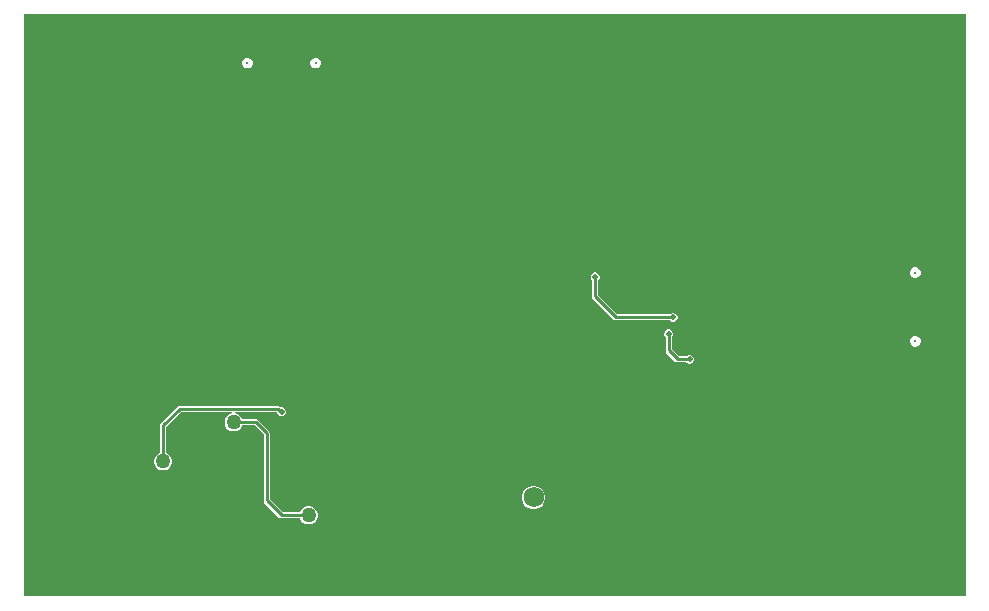
<source format=gbl>
G04*
G04 #@! TF.GenerationSoftware,Altium Limited,Altium Designer,22.3.1 (43)*
G04*
G04 Layer_Physical_Order=2*
G04 Layer_Color=16711680*
%FSLAX23Y23*%
%MOIN*%
G70*
G04*
G04 #@! TF.SameCoordinates,09264033-3090-4D32-8FBF-651452AD9D60*
G04*
G04*
G04 #@! TF.FilePolarity,Positive*
G04*
G01*
G75*
%ADD13C,0.010*%
%ADD75C,0.013*%
%ADD76R,0.068X0.068*%
%ADD77C,0.068*%
%ADD78C,0.050*%
%ADD79C,0.020*%
G36*
X3165Y40D02*
Y30D01*
X25D01*
Y1970D01*
X3165D01*
Y40D01*
D02*
G37*
%LPC*%
G36*
X1002Y1825D02*
X995D01*
X989Y1823D01*
X984Y1818D01*
X981Y1811D01*
Y1804D01*
X984Y1797D01*
X989Y1792D01*
X995Y1790D01*
X1002D01*
X1009Y1792D01*
X1014Y1797D01*
X1017Y1804D01*
Y1811D01*
X1014Y1818D01*
X1009Y1823D01*
X1002Y1825D01*
D02*
G37*
G36*
X775D02*
X768D01*
X761Y1823D01*
X756Y1818D01*
X753Y1811D01*
Y1804D01*
X756Y1797D01*
X761Y1792D01*
X768Y1790D01*
X775D01*
X781Y1792D01*
X786Y1797D01*
X789Y1804D01*
Y1811D01*
X786Y1818D01*
X781Y1823D01*
X775Y1825D01*
D02*
G37*
G36*
X3001Y1127D02*
X2994D01*
X2987Y1124D01*
X2982Y1119D01*
X2980Y1112D01*
Y1105D01*
X2982Y1099D01*
X2987Y1094D01*
X2994Y1091D01*
X3001D01*
X3008Y1094D01*
X3013Y1099D01*
X3015Y1105D01*
Y1112D01*
X3013Y1119D01*
X3008Y1124D01*
X3001Y1127D01*
D02*
G37*
G36*
X1933Y1110D02*
X1927D01*
X1922Y1108D01*
X1917Y1103D01*
X1915Y1098D01*
Y1092D01*
X1917Y1087D01*
X1920Y1084D01*
Y1030D01*
X1921Y1026D01*
X1923Y1023D01*
X1993Y953D01*
X1996Y951D01*
X2000Y950D01*
X2179D01*
X2182Y947D01*
X2187Y945D01*
X2193D01*
X2198Y947D01*
X2203Y952D01*
X2205Y957D01*
Y963D01*
X2203Y968D01*
X2198Y973D01*
X2193Y975D01*
X2187D01*
X2182Y973D01*
X2179Y970D01*
X2004D01*
X1940Y1034D01*
Y1084D01*
X1943Y1087D01*
X1945Y1092D01*
Y1098D01*
X1943Y1103D01*
X1938Y1108D01*
X1933Y1110D01*
D02*
G37*
G36*
X3001Y899D02*
X2994D01*
X2987Y896D01*
X2982Y891D01*
X2980Y885D01*
Y878D01*
X2982Y871D01*
X2987Y866D01*
X2994Y863D01*
X3001D01*
X3008Y866D01*
X3013Y871D01*
X3015Y878D01*
Y885D01*
X3013Y891D01*
X3008Y896D01*
X3001Y899D01*
D02*
G37*
G36*
X2178Y920D02*
X2172D01*
X2167Y918D01*
X2162Y913D01*
X2160Y908D01*
Y902D01*
X2162Y897D01*
X2165Y894D01*
Y850D01*
X2166Y846D01*
X2168Y843D01*
X2198Y813D01*
X2201Y811D01*
X2205Y810D01*
X2234D01*
X2237Y807D01*
X2242Y805D01*
X2248D01*
X2253Y807D01*
X2258Y812D01*
X2260Y817D01*
Y823D01*
X2258Y828D01*
X2253Y833D01*
X2248Y835D01*
X2242D01*
X2237Y833D01*
X2234Y830D01*
X2209D01*
X2185Y854D01*
Y894D01*
X2188Y897D01*
X2190Y902D01*
Y908D01*
X2188Y913D01*
X2183Y918D01*
X2178Y920D01*
D02*
G37*
G36*
X874Y665D02*
X545D01*
X541Y664D01*
X538Y662D01*
X483Y607D01*
X481Y604D01*
X480Y600D01*
Y508D01*
X478Y508D01*
X472Y504D01*
X466Y498D01*
X462Y492D01*
X460Y484D01*
Y476D01*
X462Y468D01*
X466Y462D01*
X472Y456D01*
X478Y452D01*
X486Y450D01*
X494D01*
X502Y452D01*
X508Y456D01*
X514Y462D01*
X518Y468D01*
X520Y476D01*
Y484D01*
X518Y492D01*
X514Y498D01*
X508Y504D01*
X502Y508D01*
X500Y508D01*
Y596D01*
X549Y645D01*
X720D01*
X720Y640D01*
X713Y638D01*
X707Y634D01*
X701Y628D01*
X697Y622D01*
X695Y614D01*
Y606D01*
X697Y598D01*
X701Y592D01*
X707Y586D01*
X713Y582D01*
X721Y580D01*
X729D01*
X737Y582D01*
X743Y586D01*
X749Y592D01*
X753Y598D01*
X753Y600D01*
X771D01*
X775Y601D01*
X775Y601D01*
X795D01*
X825Y571D01*
Y350D01*
X826Y346D01*
X828Y343D01*
X878Y293D01*
X881Y291D01*
X885Y290D01*
X947D01*
X947Y288D01*
X951Y282D01*
X957Y276D01*
X963Y272D01*
X971Y270D01*
X979D01*
X987Y272D01*
X993Y276D01*
X999Y282D01*
X1003Y288D01*
X1005Y296D01*
Y304D01*
X1003Y312D01*
X999Y318D01*
X993Y324D01*
X987Y328D01*
X979Y330D01*
X971D01*
X963Y328D01*
X957Y324D01*
X951Y318D01*
X947Y312D01*
X947Y310D01*
X889D01*
X845Y354D01*
Y575D01*
X844Y579D01*
X842Y582D01*
X806Y618D01*
X803Y620D01*
X799Y621D01*
X772D01*
X768Y620D01*
X768Y620D01*
X753D01*
X753Y622D01*
X749Y628D01*
X743Y634D01*
X737Y638D01*
X730Y640D01*
X730Y645D01*
X870D01*
X870Y645D01*
Y642D01*
X872Y637D01*
X877Y632D01*
X882Y630D01*
X888D01*
X893Y632D01*
X898Y637D01*
X900Y642D01*
Y648D01*
X898Y653D01*
X893Y658D01*
X888Y660D01*
X884D01*
X881Y662D01*
X878Y664D01*
X874Y665D01*
D02*
G37*
G36*
X1730Y399D02*
X1720D01*
X1710Y396D01*
X1701Y391D01*
X1694Y384D01*
X1689Y375D01*
X1686Y365D01*
Y355D01*
X1689Y345D01*
X1694Y336D01*
X1701Y329D01*
X1710Y324D01*
X1720Y321D01*
X1730D01*
X1740Y324D01*
X1749Y329D01*
X1756Y336D01*
X1761Y345D01*
X1764Y355D01*
Y365D01*
X1761Y375D01*
X1756Y384D01*
X1749Y391D01*
X1740Y396D01*
X1730Y399D01*
D02*
G37*
%LPD*%
D13*
X885Y300D02*
X975D01*
X884Y645D02*
X885D01*
X490Y480D02*
Y600D01*
X799Y611D02*
X835Y575D01*
X725Y610D02*
X771D01*
X835Y350D02*
Y575D01*
Y350D02*
X885Y300D01*
X771Y610D02*
X772Y611D01*
X799D01*
X490Y600D02*
X545Y655D01*
X874D02*
X884Y645D01*
X545Y655D02*
X874D01*
X1930Y1030D02*
Y1095D01*
Y1030D02*
X2000Y960D01*
X2190D01*
X2175Y850D02*
Y905D01*
Y850D02*
X2205Y820D01*
X2245D01*
D75*
X2998Y1109D02*
D03*
Y881D02*
D03*
X999Y1808D02*
D03*
X771D02*
D03*
D76*
X1725Y260D02*
D03*
D77*
Y360D02*
D03*
D78*
X2870Y815D02*
D03*
X2855Y1215D02*
D03*
X1435Y295D02*
D03*
X975Y300D02*
D03*
X925Y370D02*
D03*
X490Y480D02*
D03*
X725Y610D02*
D03*
X625Y725D02*
D03*
X770Y1050D02*
D03*
X855D02*
D03*
X1085Y1695D02*
D03*
X1725Y125D02*
D03*
X1845Y1035D02*
D03*
X710Y1690D02*
D03*
X1250Y1655D02*
D03*
D79*
X885Y645D02*
D03*
X1085Y700D02*
D03*
X1110Y780D02*
D03*
X2190Y960D02*
D03*
X2245Y820D02*
D03*
X2175Y905D02*
D03*
X2040Y915D02*
D03*
X2630Y1305D02*
D03*
X2535Y1385D02*
D03*
X2610Y1495D02*
D03*
X2615Y1390D02*
D03*
X2530Y1495D02*
D03*
X2535Y1160D02*
D03*
X1930Y1095D02*
D03*
X2425Y1160D02*
D03*
X2430Y1230D02*
D03*
X2435Y1305D02*
D03*
X2450Y1495D02*
D03*
Y1395D02*
D03*
X2530Y1240D02*
D03*
X2635Y1235D02*
D03*
X2645Y1150D02*
D03*
X2520Y1300D02*
D03*
M02*

</source>
